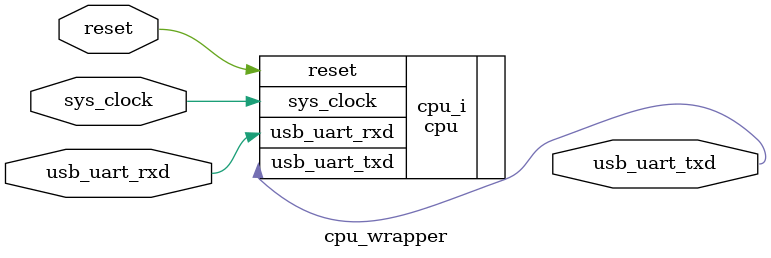
<source format=v>
`timescale 1 ps / 1 ps

module cpu_wrapper
   (reset,
    sys_clock,
    usb_uart_rxd,
    usb_uart_txd);
  input reset;
  input sys_clock;
  input usb_uart_rxd;
  output usb_uart_txd;

  wire reset;
  wire sys_clock;
  wire usb_uart_rxd;
  wire usb_uart_txd;

  cpu cpu_i
       (.reset(reset),
        .sys_clock(sys_clock),
        .usb_uart_rxd(usb_uart_rxd),
        .usb_uart_txd(usb_uart_txd));
endmodule

</source>
